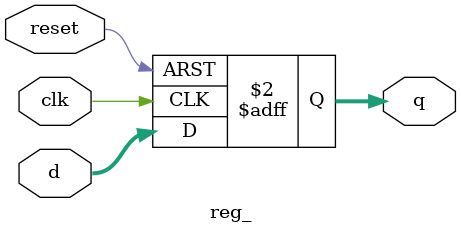
<source format=v>
module reg_ (
    input wire clk,
    input wire reset,
    input wire [6:0] d,
    output reg [6:0] q
);

always @(posedge clk,posedge reset) begin
    if(reset) q<=7'b0000000;
    else q<=d;
end
endmodule
</source>
